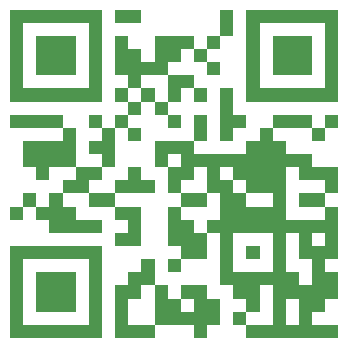
<source format=gbr>
%TF.GenerationSoftware,KiCad,Pcbnew,(6.0.10)*%
%TF.CreationDate,2023-04-21T21:44:23+03:00*%
%TF.ProjectId,blaster_bottom,626c6173-7465-4725-9f62-6f74746f6d2e,v1.0.0*%
%TF.SameCoordinates,Original*%
%TF.FileFunction,Legend,Top*%
%TF.FilePolarity,Positive*%
%FSLAX46Y46*%
G04 Gerber Fmt 4.6, Leading zero omitted, Abs format (unit mm)*
G04 Created by KiCad (PCBNEW (6.0.10)) date 2023-04-21 21:44:23*
%MOMM*%
%LPD*%
G01*
G04 APERTURE LIST*
%ADD10C,0.150000*%
%ADD11C,0.300000*%
G04 APERTURE END LIST*
D10*
%TO.C,*%
D11*
%TO.C, *%
G36*
X190097638Y-128825259D02*
G01*
X187873675Y-128825259D01*
X187873675Y-129937240D01*
X186761693Y-129937240D01*
X186761693Y-128825259D01*
X185649712Y-128825259D01*
X185649712Y-126601296D01*
X188985656Y-126601296D01*
X188985656Y-125489314D01*
X190097638Y-125489314D01*
X190097638Y-128825259D01*
G37*
G36*
X193433583Y-128825259D02*
G01*
X192321601Y-128825259D01*
X192321601Y-127713277D01*
X191209619Y-127713277D01*
X191209619Y-126601296D01*
X192321601Y-126601296D01*
X192321601Y-125489314D01*
X193433583Y-125489314D01*
X193433583Y-128825259D01*
G37*
G36*
X195657546Y-135497148D02*
G01*
X193433583Y-135497148D01*
X193433583Y-134385167D01*
X194545564Y-134385167D01*
X194545564Y-133273185D01*
X193433583Y-133273185D01*
X193433583Y-132161204D01*
X195657546Y-132161204D01*
X195657546Y-135497148D01*
G37*
G36*
X212337269Y-125489314D02*
G01*
X211225288Y-125489314D01*
X211225288Y-124377333D01*
X212337269Y-124377333D01*
X212337269Y-125489314D01*
G37*
G36*
X192321601Y-125489314D02*
G01*
X191209619Y-125489314D01*
X191209619Y-124377333D01*
X192321601Y-124377333D01*
X192321601Y-125489314D01*
G37*
G36*
X202329435Y-121041388D02*
G01*
X201217454Y-121041388D01*
X201217454Y-119929406D01*
X202329435Y-119929406D01*
X202329435Y-121041388D01*
G37*
G36*
X212337269Y-115481480D02*
G01*
X212337269Y-123265351D01*
X204553398Y-123265351D01*
X204553398Y-122153369D01*
X205665380Y-122153369D01*
X211225288Y-122153369D01*
X211225288Y-116593462D01*
X205665380Y-116593462D01*
X205665380Y-122153369D01*
X204553398Y-122153369D01*
X204553398Y-115481480D01*
X212337269Y-115481480D01*
G37*
G36*
X210113306Y-121041388D02*
G01*
X206777361Y-121041388D01*
X206777361Y-117705443D01*
X210113306Y-117705443D01*
X210113306Y-121041388D01*
G37*
G36*
X203441417Y-124377333D02*
G01*
X204553398Y-124377333D01*
X204553398Y-125489314D01*
X203441417Y-125489314D01*
X203441417Y-126601296D01*
X202329435Y-126601296D01*
X202329435Y-122153369D01*
X203441417Y-122153369D01*
X203441417Y-124377333D01*
G37*
G36*
X202329435Y-118817425D02*
G01*
X201217454Y-118817425D01*
X201217454Y-117705443D01*
X202329435Y-117705443D01*
X202329435Y-118817425D01*
G37*
G36*
X192321601Y-129937240D02*
G01*
X191209619Y-129937240D01*
X191209619Y-131049222D01*
X188985656Y-131049222D01*
X188985656Y-129937240D01*
X190097638Y-129937240D01*
X190097638Y-128825259D01*
X192321601Y-128825259D01*
X192321601Y-129937240D01*
G37*
G36*
X188985656Y-125489314D02*
G01*
X184537730Y-125489314D01*
X184537730Y-124377333D01*
X188985656Y-124377333D01*
X188985656Y-125489314D01*
G37*
G36*
X198993490Y-125489314D02*
G01*
X197881509Y-125489314D01*
X197881509Y-124377333D01*
X198993490Y-124377333D01*
X198993490Y-125489314D01*
G37*
G36*
X190097638Y-121041388D02*
G01*
X186761693Y-121041388D01*
X186761693Y-117705443D01*
X190097638Y-117705443D01*
X190097638Y-121041388D01*
G37*
G36*
X200105472Y-121041388D02*
G01*
X200105472Y-122153369D01*
X198993490Y-122153369D01*
X198993490Y-123265351D01*
X197881509Y-123265351D01*
X197881509Y-124377333D01*
X196769527Y-124377333D01*
X196769527Y-123265351D01*
X195657546Y-123265351D01*
X195657546Y-124377333D01*
X194545564Y-124377333D01*
X194545564Y-123265351D01*
X195657546Y-123265351D01*
X195657546Y-122153369D01*
X196769527Y-122153369D01*
X196769527Y-123265351D01*
X197881509Y-123265351D01*
X197881509Y-121041388D01*
X200105472Y-121041388D01*
G37*
G36*
X194545564Y-118817425D02*
G01*
X195657546Y-118817425D01*
X195657546Y-119929406D01*
X196769527Y-119929406D01*
X196769527Y-117705443D01*
X200105472Y-117705443D01*
X200105472Y-118817425D01*
X198993490Y-118817425D01*
X198993490Y-119929406D01*
X197881509Y-119929406D01*
X197881509Y-121041388D01*
X195657546Y-121041388D01*
X195657546Y-122153369D01*
X194545564Y-122153369D01*
X194545564Y-123265351D01*
X193433583Y-123265351D01*
X193433583Y-122153369D01*
X194545564Y-122153369D01*
X194545564Y-121041388D01*
X193433583Y-121041388D01*
X193433583Y-117705443D01*
X194545564Y-117705443D01*
X194545564Y-118817425D01*
G37*
G36*
X194545564Y-125489314D02*
G01*
X193433583Y-125489314D01*
X193433583Y-124377333D01*
X194545564Y-124377333D01*
X194545564Y-125489314D01*
G37*
G36*
X210113306Y-125489314D02*
G01*
X206777361Y-125489314D01*
X206777361Y-124377333D01*
X210113306Y-124377333D01*
X210113306Y-125489314D01*
G37*
G36*
X195657546Y-116593462D02*
G01*
X193433583Y-116593462D01*
X193433583Y-115481480D01*
X195657546Y-115481480D01*
X195657546Y-116593462D01*
G37*
G36*
X188985656Y-132161204D02*
G01*
X190097638Y-132161204D01*
X190097638Y-133273185D01*
X192321601Y-133273185D01*
X192321601Y-134385167D01*
X187873675Y-134385167D01*
X187873675Y-133273185D01*
X186761693Y-133273185D01*
X186761693Y-132161204D01*
X187873675Y-132161204D01*
X187873675Y-131049222D01*
X188985656Y-131049222D01*
X188985656Y-132161204D01*
G37*
G36*
X198993490Y-137721111D02*
G01*
X197881509Y-137721111D01*
X197881509Y-136609130D01*
X198993490Y-136609130D01*
X198993490Y-137721111D01*
G37*
G36*
X205665380Y-138833093D02*
G01*
X205665380Y-141057056D01*
X204553398Y-141057056D01*
X204553398Y-142169038D01*
X203441417Y-142169038D01*
X203441417Y-141057056D01*
X204553398Y-141057056D01*
X204553398Y-139945075D01*
X203441417Y-139945075D01*
X203441417Y-138833093D01*
X202329435Y-138833093D01*
X202329435Y-137721111D01*
X206777361Y-137721111D01*
X207889343Y-137721111D01*
X209001325Y-137721111D01*
X209001325Y-138833093D01*
X210113306Y-138833093D01*
X210113306Y-136609130D01*
X209001325Y-136609130D01*
X209001325Y-135497148D01*
X210113306Y-135497148D01*
X211225288Y-135497148D01*
X211225288Y-134385167D01*
X210113306Y-134385167D01*
X210113306Y-135497148D01*
X209001325Y-135497148D01*
X209001325Y-134385167D01*
X207889343Y-134385167D01*
X207889343Y-137721111D01*
X206777361Y-137721111D01*
X206777361Y-134385167D01*
X203441417Y-134385167D01*
X203441417Y-137721111D01*
X202329435Y-137721111D01*
X202329435Y-134385167D01*
X201217454Y-134385167D01*
X201217454Y-136609130D01*
X198993490Y-136609130D01*
X198993490Y-135497148D01*
X197881509Y-135497148D01*
X197881509Y-133273185D01*
X198993490Y-133273185D01*
X200105472Y-133273185D01*
X200105472Y-134385167D01*
X201217454Y-134385167D01*
X201217454Y-133273185D01*
X202329435Y-133273185D01*
X207889343Y-133273185D01*
X211225288Y-133273185D01*
X211225288Y-132161204D01*
X209001325Y-132161204D01*
X209001325Y-131049222D01*
X211225288Y-131049222D01*
X211225288Y-129937240D01*
X209001325Y-129937240D01*
X209001325Y-128825259D01*
X207889343Y-128825259D01*
X207889343Y-133273185D01*
X202329435Y-133273185D01*
X202329435Y-132161204D01*
X204553398Y-132161204D01*
X206777361Y-132161204D01*
X206777361Y-131049222D01*
X204553398Y-131049222D01*
X204553398Y-132161204D01*
X202329435Y-132161204D01*
X202329435Y-131049222D01*
X203441417Y-131049222D01*
X204553398Y-131049222D01*
X204553398Y-129937240D01*
X203441417Y-129937240D01*
X203441417Y-131049222D01*
X202329435Y-131049222D01*
X201217454Y-131049222D01*
X201217454Y-132161204D01*
X198993490Y-132161204D01*
X198993490Y-133273185D01*
X197881509Y-133273185D01*
X197881509Y-132161204D01*
X198993490Y-132161204D01*
X198993490Y-131049222D01*
X201217454Y-131049222D01*
X201217454Y-129937240D01*
X202329435Y-129937240D01*
X203441417Y-129937240D01*
X203441417Y-128825259D01*
X202329435Y-128825259D01*
X202329435Y-129937240D01*
X201217454Y-129937240D01*
X201217454Y-128825259D01*
X200105472Y-128825259D01*
X200105472Y-129937240D01*
X198993490Y-129937240D01*
X198993490Y-131049222D01*
X197881509Y-131049222D01*
X197881509Y-128825259D01*
X198993490Y-128825259D01*
X198993490Y-127713277D01*
X197881509Y-127713277D01*
X197881509Y-128825259D01*
X196769527Y-128825259D01*
X196769527Y-126601296D01*
X200105472Y-126601296D01*
X200105472Y-127713277D01*
X204553398Y-127713277D01*
X204553398Y-126601296D01*
X205665380Y-126601296D01*
X205665380Y-125489314D01*
X206777361Y-125489314D01*
X206777361Y-126601296D01*
X207889343Y-126601296D01*
X207889343Y-127713277D01*
X210113306Y-127713277D01*
X210113306Y-128825259D01*
X212337269Y-128825259D01*
X212337269Y-131049222D01*
X211225288Y-131049222D01*
X211225288Y-132161204D01*
X212337269Y-132161204D01*
X212337269Y-136609130D01*
X211225288Y-136609130D01*
X211225288Y-137721111D01*
X212337269Y-137721111D01*
X212337269Y-139945075D01*
X211225288Y-139945075D01*
X211225288Y-141057056D01*
X210113306Y-141057056D01*
X210113306Y-142169038D01*
X212337269Y-142169038D01*
X212337269Y-143281019D01*
X204553398Y-143281019D01*
X204553398Y-142169038D01*
X206777361Y-142169038D01*
X207889343Y-142169038D01*
X209001325Y-142169038D01*
X209001325Y-139945075D01*
X207889343Y-139945075D01*
X207889343Y-142169038D01*
X206777361Y-142169038D01*
X206777361Y-138833093D01*
X205665380Y-138833093D01*
G37*
G36*
X185649712Y-133273185D02*
G01*
X184537730Y-133273185D01*
X184537730Y-132161204D01*
X185649712Y-132161204D01*
X185649712Y-133273185D01*
G37*
G36*
X192321601Y-115481480D02*
G01*
X192321601Y-123265351D01*
X184537730Y-123265351D01*
X184537730Y-122153369D01*
X185649712Y-122153369D01*
X191209619Y-122153369D01*
X191209619Y-116593462D01*
X185649712Y-116593462D01*
X185649712Y-122153369D01*
X184537730Y-122153369D01*
X184537730Y-115481480D01*
X192321601Y-115481480D01*
G37*
G36*
X195657546Y-126601296D02*
G01*
X194545564Y-126601296D01*
X194545564Y-125489314D01*
X195657546Y-125489314D01*
X195657546Y-126601296D01*
G37*
G36*
X203441417Y-117705443D02*
G01*
X202329435Y-117705443D01*
X202329435Y-115481480D01*
X203441417Y-115481480D01*
X203441417Y-117705443D01*
G37*
G36*
X201217454Y-126601296D02*
G01*
X200105472Y-126601296D01*
X200105472Y-124377333D01*
X201217454Y-124377333D01*
X201217454Y-126601296D01*
G37*
G36*
X205665380Y-136609130D02*
G01*
X204553398Y-136609130D01*
X204553398Y-135497148D01*
X205665380Y-135497148D01*
X205665380Y-136609130D01*
G37*
G36*
X195657546Y-129937240D02*
G01*
X196769527Y-129937240D01*
X196769527Y-131049222D01*
X193433583Y-131049222D01*
X193433583Y-129937240D01*
X194545564Y-129937240D01*
X194545564Y-128825259D01*
X195657546Y-128825259D01*
X195657546Y-129937240D01*
G37*
G36*
X193433583Y-132161204D02*
G01*
X191209619Y-132161204D01*
X191209619Y-131049222D01*
X193433583Y-131049222D01*
X193433583Y-132161204D01*
G37*
G36*
X211225288Y-126601296D02*
G01*
X210113306Y-126601296D01*
X210113306Y-125489314D01*
X211225288Y-125489314D01*
X211225288Y-126601296D01*
G37*
G36*
X192321601Y-135497148D02*
G01*
X192321601Y-143281019D01*
X184537730Y-143281019D01*
X184537730Y-142169038D01*
X185649712Y-142169038D01*
X191209619Y-142169038D01*
X191209619Y-136609130D01*
X185649712Y-136609130D01*
X185649712Y-142169038D01*
X184537730Y-142169038D01*
X184537730Y-135497148D01*
X192321601Y-135497148D01*
G37*
G36*
X194545564Y-138833093D02*
G01*
X194545564Y-137721111D01*
X195657546Y-137721111D01*
X195657546Y-136609130D01*
X196769527Y-136609130D01*
X196769527Y-138833093D01*
X195657546Y-138833093D01*
X195657546Y-139945075D01*
X194545564Y-139945075D01*
X194545564Y-142169038D01*
X196769527Y-142169038D01*
X196769527Y-141057056D01*
X198993490Y-141057056D01*
X200105472Y-141057056D01*
X200105472Y-139945075D01*
X198993490Y-139945075D01*
X198993490Y-141057056D01*
X196769527Y-141057056D01*
X196769527Y-138833093D01*
X197881509Y-138833093D01*
X197881509Y-139945075D01*
X198993490Y-139945075D01*
X198993490Y-138833093D01*
X201217454Y-138833093D01*
X201217454Y-139945075D01*
X202329435Y-139945075D01*
X202329435Y-142169038D01*
X201217454Y-142169038D01*
X201217454Y-143281019D01*
X200105472Y-143281019D01*
X200105472Y-142169038D01*
X196769527Y-142169038D01*
X196769527Y-143281019D01*
X193433583Y-143281019D01*
X193433583Y-138833093D01*
X194545564Y-138833093D01*
G37*
G36*
X186761693Y-132161204D02*
G01*
X185649712Y-132161204D01*
X185649712Y-131049222D01*
X186761693Y-131049222D01*
X186761693Y-132161204D01*
G37*
G36*
X190097638Y-141057056D02*
G01*
X186761693Y-141057056D01*
X186761693Y-137721111D01*
X190097638Y-137721111D01*
X190097638Y-141057056D01*
G37*
G36*
X201217454Y-123265351D02*
G01*
X200105472Y-123265351D01*
X200105472Y-122153369D01*
X201217454Y-122153369D01*
X201217454Y-123265351D01*
G37*
G36*
X201217454Y-119929406D02*
G01*
X200105472Y-119929406D01*
X200105472Y-118817425D01*
X201217454Y-118817425D01*
X201217454Y-119929406D01*
G37*
%TD*%
M02*

</source>
